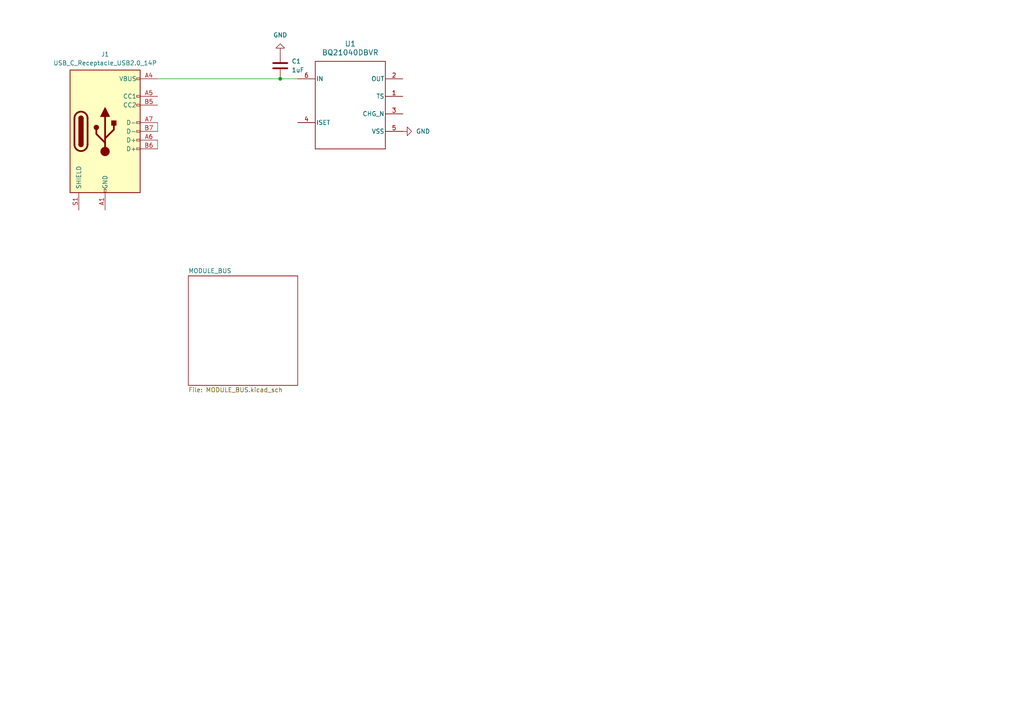
<source format=kicad_sch>
(kicad_sch (version 20231120) (generator "eeschema") (generator_version "8.0")
  (paper "A4")
  (lib_symbols
    (symbol "2024-01-02_21-46-21:BQ21040DBVR" (pin_names (offset 0.254))
      (property "Reference" "U" (at 0 2.54 0))
      (property "Value" "BQ21040DBVR" (at 0 0 0))
      (symbol "BQ21040DBVR_0_1"
        (polyline (pts (xy -10.16 -12.7) (xy 10.16 -12.7)) (stroke (width 0.2032)))
        (polyline (pts (xy -10.16 12.7) (xy -10.16 -12.7)) (stroke (width 0.2032)))
        (polyline (pts (xy 10.16 -12.7) (xy 10.16 12.7)) (stroke (width 0.2032)))
        (polyline (pts (xy 10.16 12.7) (xy -10.16 12.7)) (stroke (width 0.2032)))
        (pin input line (at 15.24 2.54 180) (length 5.08) (name "TS") (number "1"))
        (pin power_in line (at 15.24 7.62 180) (length 5.08) (name "OUT") (number "2"))
        (pin open_collector line (at 15.24 -2.54 180) (length 5.08) (name "CHG_N") (number "3"))
        (pin input line (at -15.24 -5.08 0) (length 5.08) (name "ISET") (number "4"))
        (pin power_in line (at 15.24 -7.62 180) (length 5.08) (name "VSS") (number "5"))
        (pin power_in line (at -15.24 7.62 0) (length 5.08) (name "IN") (number "6"))
      )
    )
    (symbol "Connector:USB_C_Receptacle_USB2.0_14P" (pin_names (offset 1.016))
      (property "Reference" "J" (at 0 22.225 0))
      (property "Value" "USB_C_Receptacle_USB2.0_14P" (at 0 19.685 0))
      (symbol "USB_C_Receptacle_USB2.0_14P_0_0"
        (rectangle (start -0.254 -17.78) (end 0.254 -16.764))
        (rectangle (start 10.16 -4.826) (end 9.144 -5.334))
        (rectangle (start 10.16 -2.286) (end 9.144 -2.794))
        (rectangle (start 10.16 0.254) (end 9.144 -0.254))
        (rectangle (start 10.16 2.794) (end 9.144 2.286))
        (rectangle (start 10.16 7.874) (end 9.144 7.366))
        (rectangle (start 10.16 10.414) (end 9.144 9.906))
        (rectangle (start 10.16 15.494) (end 9.144 14.986))
      )
      (symbol "USB_C_Receptacle_USB2.0_14P_0_1"
        (rectangle (start -10.16 17.78) (end 10.16 -17.78) (stroke (width 0.254)) (fill (type background)))
        (arc (start -8.89 -3.81) (mid -6.985 -5.7067) (end -5.08 -3.81) (stroke (width 0.508)))
        (arc (start -7.62 -3.81) (mid -6.985 -4.4423) (end -6.35 -3.81) (stroke (width 0.254)))
        (arc (start -7.62 -3.81) (mid -6.985 -4.4423) (end -6.35 -3.81) (stroke (width 0.254)) (fill (type outline)))
        (rectangle (start -7.62 -3.81) (end -6.35 3.81) (stroke (width 0.254)) (fill (type outline)))
        (arc (start -6.35 3.81) (mid -6.985 4.4423) (end -7.62 3.81) (stroke (width 0.254)))
        (arc (start -6.35 3.81) (mid -6.985 4.4423) (end -7.62 3.81) (stroke (width 0.254)) (fill (type outline)))
        (arc (start -5.08 3.81) (mid -6.985 5.7067) (end -8.89 3.81) (stroke (width 0.508)))
        (circle (center -2.54 1.143) (radius 0.635) (stroke (width 0.254)) (fill (type outline)))
        (circle (center 0 -5.842) (radius 1.27) (fill (type outline)))
        (polyline (pts (xy -8.89 -3.81) (xy -8.89 3.81)) (stroke (width 0.508)))
        (polyline (pts (xy -5.08 3.81) (xy -5.08 -3.81)) (stroke (width 0.508)))
        (polyline (pts (xy 0 -5.842) (xy 0 4.318)) (stroke (width 0.508)))
        (polyline (pts (xy 0 -3.302) (xy -2.54 -0.762) (xy -2.54 0.508)) (stroke (width 0.508)))
        (polyline (pts (xy 0 -2.032) (xy 2.54 0.508) (xy 2.54 1.778)) (stroke (width 0.508)))
        (polyline (pts (xy -1.27 4.318) (xy 0 6.858) (xy 1.27 4.318) (xy -1.27 4.318)) (stroke (width 0.254)) (fill (type outline)))
        (rectangle (start 1.905 1.778) (end 3.175 3.048) (stroke (width 0.254)) (fill (type outline)))
      )
      (symbol "USB_C_Receptacle_USB2.0_14P_1_1"
        (pin passive line (at 0 -22.86 90) (length 5.08) (name "GND") (number "A1"))
        (pin passive line (at 0 -22.86 90) (length 5.08) hide (name "GND") (number "A12"))
        (pin passive line (at 15.24 15.24 180) (length 5.08) (name "VBUS") (number "A4"))
        (pin bidirectional line (at 15.24 10.16 180) (length 5.08) (name "CC1") (number "A5"))
        (pin bidirectional line (at 15.24 -2.54 180) (length 5.08) (name "D+") (number "A6"))
        (pin bidirectional line (at 15.24 2.54 180) (length 5.08) (name "D-") (number "A7"))
        (pin passive line (at 15.24 15.24 180) (length 5.08) hide (name "VBUS") (number "A9"))
        (pin passive line (at 0 -22.86 90) (length 5.08) hide (name "GND") (number "B1"))
        (pin passive line (at 0 -22.86 90) (length 5.08) hide (name "GND") (number "B12"))
        (pin passive line (at 15.24 15.24 180) (length 5.08) hide (name "VBUS") (number "B4"))
        (pin bidirectional line (at 15.24 7.62 180) (length 5.08) (name "CC2") (number "B5"))
        (pin bidirectional line (at 15.24 -5.08 180) (length 5.08) (name "D+") (number "B6"))
        (pin bidirectional line (at 15.24 0 180) (length 5.08) (name "D-") (number "B7"))
        (pin passive line (at 15.24 15.24 180) (length 5.08) hide (name "VBUS") (number "B9"))
        (pin passive line (at -7.62 -22.86 90) (length 5.08) (name "SHIELD") (number "S1"))
      )
    )
    (symbol "Device:C" (pin_numbers hide) (pin_names (offset 0.254))
      (property "Reference" "C" (at 0.635 2.54 0))
      (property "Value" "C" (at 0.635 -2.54 0))
      (symbol "C_0_1"
        (polyline (pts (xy -2.032 -0.762) (xy 2.032 -0.762)) (stroke (width 0.508)))
        (polyline (pts (xy -2.032 0.762) (xy 2.032 0.762)) (stroke (width 0.508)))
      )
      (symbol "C_1_1"
        (pin passive line (at 0 3.81 270) (length 2.794) (name "~") (number "1"))
        (pin passive line (at 0 -3.81 90) (length 2.794) (name "~") (number "2"))
      )
    )
    (symbol "power:GND" (power) (pin_names (offset 0))
      (property "Value" "GND" (at 0 -3.81 0))
      (symbol "GND_0_1"
        (polyline (pts (xy 0 0) (xy 0 -1.27) (xy 1.27 -1.27) (xy 0 -2.54) (xy -1.27 -1.27) (xy 0 -1.27)))
      )
      (symbol "GND_1_1"
        (pin power_in line (at 0 0 270) (length 0) hide (name "GND") (number "1"))
      )
    )
  )
  (junction (at 81.28 22.86))
  (wire (pts (xy 45.72 40.64) (xy 45.72 43.18)))
  (wire (pts (xy 81.28 22.86) (xy 86.36 22.86)))
  (wire (pts (xy 45.72 22.86) (xy 81.28 22.86)))
  (wire (pts (xy 45.72 35.56) (xy 45.72 38.1)))
  (symbol (lib_id "power:GND") (at 81.28 15.24 180) (unit 1)
    (property "Reference" "#PWR01" (effects (hide yes)))
    (property "Value" "GND" (at 81.28 10.16 0))
  )
  (symbol (lib_id "2024-01-02_21-46-21:BQ21040DBVR") (at 101.6 30.48 0) (unit 1)
    (property "Reference" "U1" (at 101.6 12.7 0) (effects (font (size 1.524 1.524))))
    (property "Value" "BQ21040DBVR" (at 101.6 15.24 0) (effects (font (size 1.524 1.524))))
    (property "Footprint" "DBV0006A_N" (effects (hide yes)))
    (property "Datasheet" "BQ21040DBVR" (effects (hide yes)))
  )
  (symbol (lib_id "power:GND") (at 116.84 38.1 90) (unit 1)
    (property "Reference" "#PWR02" (effects (hide yes)))
    (property "Value" "GND" (at 120.65 38.1 90) (effects (justify right)))
  )
  (symbol (lib_id "Connector:USB_C_Receptacle_USB2.0_14P") (at 30.48 38.1 0) (unit 1)
    (property "Reference" "J1" (at 30.48 15.748 0))
    (property "Value" "USB_C_Receptacle_USB2.0_14P" (at 30.48 18.288 0))
    (property "Footprint" "Connector_USB:USB_C_Receptacle_GCT_USB4105-xx-A_16P_TopMnt_Horizontal" (effects (hide yes)))
    (property "Datasheet" "https://www.usb.org/sites/default/files/documents/usb_type-c.zip" (effects (hide yes)))
  )
  (symbol (lib_id "Device:C") (at 81.28 19.05 0) (unit 1)
    (property "Reference" "C1" (at 84.582 17.78 0) (effects (justify left)))
    (property "Value" "1uF" (at 84.582 20.32 0) (effects (justify left)))
  )
  (sheet (at 54.61 80.01) (size 31.75 31.75) (stroke (width 0.1524))
    (property "Sheetname" "MODULE_BUS" (at 54.61 79.2984 0) (effects (justify left bottom)))
    (property "Sheetfile" "MODULE_BUS.kicad_sch" (at 54.61 112.3446 0) (effects (justify left top)))
  )
)
</source>
